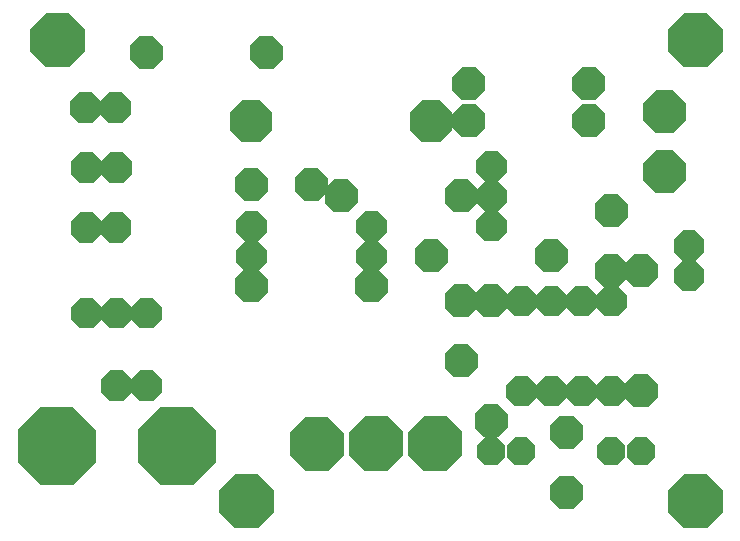
<source format=gbr>
%FSLAX34Y34*%
%MOMM*%
%LNSOLDERMASK_BOTTOM*%
G71*
G01*
%ADD10C,2.540*%
%LPD*%
G36*
X175850Y-90730D02*
X186380Y-80200D01*
X201320Y-80200D01*
X211850Y-90730D01*
X211850Y-105670D01*
X201320Y-116200D01*
X186380Y-116200D01*
X175850Y-105670D01*
X175850Y-90730D01*
G37*
G36*
X328250Y-90730D02*
X338780Y-80200D01*
X353720Y-80200D01*
X364250Y-90730D01*
X364250Y-105670D01*
X353720Y-116200D01*
X338780Y-116200D01*
X328250Y-105670D01*
X328250Y-90730D01*
G37*
G36*
X258650Y-157985D02*
X250460Y-166175D01*
X238840Y-166175D01*
X230650Y-157985D01*
X230650Y-146365D01*
X238840Y-138175D01*
X250460Y-138175D01*
X258650Y-146365D01*
X258650Y-157985D01*
G37*
G36*
X207850Y-157985D02*
X199660Y-166175D01*
X188040Y-166175D01*
X179850Y-157985D01*
X179850Y-146365D01*
X188040Y-138175D01*
X199660Y-138175D01*
X207850Y-146365D01*
X207850Y-157985D01*
G37*
G36*
X110821Y-247918D02*
X118426Y-255524D01*
X118426Y-266314D01*
X110821Y-273918D01*
X100031Y-273918D01*
X92426Y-266314D01*
X92426Y-255524D01*
X100031Y-247918D01*
X110821Y-247918D01*
G37*
G36*
X85421Y-247918D02*
X93026Y-255524D01*
X93026Y-266314D01*
X85421Y-273918D01*
X74631Y-273918D01*
X67026Y-266314D01*
X67026Y-255524D01*
X74631Y-247918D01*
X85421Y-247918D01*
G37*
G36*
X60021Y-247918D02*
X67626Y-255524D01*
X67626Y-266314D01*
X60021Y-273918D01*
X49231Y-273918D01*
X41626Y-266314D01*
X41626Y-255524D01*
X49231Y-247918D01*
X60021Y-247918D01*
G37*
G36*
X256050Y-155890D02*
X264240Y-147700D01*
X275860Y-147700D01*
X284050Y-155890D01*
X284050Y-167510D01*
X275860Y-175700D01*
X264240Y-175700D01*
X256050Y-167510D01*
X256050Y-155890D01*
G37*
G36*
X357650Y-155890D02*
X365840Y-147700D01*
X377460Y-147700D01*
X385650Y-155890D01*
X385650Y-167510D01*
X377460Y-175700D01*
X365840Y-175700D01*
X357650Y-167510D01*
X357650Y-155890D01*
G37*
G36*
X308450Y-192495D02*
X300845Y-200100D01*
X290055Y-200100D01*
X282450Y-192495D01*
X282450Y-181705D01*
X290055Y-174100D01*
X300845Y-174100D01*
X308450Y-181705D01*
X308450Y-192495D01*
G37*
G36*
X206850Y-192495D02*
X199245Y-200100D01*
X188455Y-200100D01*
X180850Y-192495D01*
X180850Y-181705D01*
X188455Y-174100D01*
X199245Y-174100D01*
X206850Y-181705D01*
X206850Y-192495D01*
G37*
G36*
X308450Y-217895D02*
X300845Y-225500D01*
X290055Y-225500D01*
X282450Y-217895D01*
X282450Y-207105D01*
X290055Y-199500D01*
X300845Y-199500D01*
X308450Y-207105D01*
X308450Y-217895D01*
G37*
G36*
X206850Y-217895D02*
X199245Y-225500D01*
X188455Y-225500D01*
X180850Y-217895D01*
X180850Y-207105D01*
X188455Y-199500D01*
X199245Y-199500D01*
X206850Y-207105D01*
X206850Y-217895D01*
G37*
G36*
X384050Y-156305D02*
X391655Y-148700D01*
X402445Y-148700D01*
X410050Y-156305D01*
X410050Y-167095D01*
X402445Y-174700D01*
X391655Y-174700D01*
X384050Y-167095D01*
X384050Y-156305D01*
G37*
G36*
X384050Y-130905D02*
X391655Y-123300D01*
X402445Y-123300D01*
X410050Y-130905D01*
X410050Y-141695D01*
X402445Y-149300D01*
X391655Y-149300D01*
X384050Y-141695D01*
X384050Y-130905D01*
G37*
G36*
X384050Y-181705D02*
X391655Y-174100D01*
X402445Y-174100D01*
X410050Y-181705D01*
X410050Y-192495D01*
X402445Y-200100D01*
X391655Y-200100D01*
X384050Y-192495D01*
X384050Y-181705D01*
G37*
G36*
X179850Y-232090D02*
X188040Y-223900D01*
X199660Y-223900D01*
X207850Y-232090D01*
X207850Y-243710D01*
X199660Y-251900D01*
X188040Y-251900D01*
X179850Y-243710D01*
X179850Y-232090D01*
G37*
G36*
X281450Y-232090D02*
X289640Y-223900D01*
X301260Y-223900D01*
X309450Y-232090D01*
X309450Y-243710D01*
X301260Y-251900D01*
X289640Y-251900D01*
X281450Y-243710D01*
X281450Y-232090D01*
G37*
G36*
X364000Y-92390D02*
X372190Y-84200D01*
X383810Y-84200D01*
X392000Y-92390D01*
X392000Y-104010D01*
X383810Y-112200D01*
X372190Y-112200D01*
X364000Y-104010D01*
X364000Y-92390D01*
G37*
G36*
X465600Y-92390D02*
X473790Y-84200D01*
X485410Y-84200D01*
X493600Y-92390D01*
X493600Y-104010D01*
X485410Y-112200D01*
X473790Y-112200D01*
X465600Y-104010D01*
X465600Y-92390D01*
G37*
G36*
X364000Y-60640D02*
X372190Y-52450D01*
X383810Y-52450D01*
X392000Y-60640D01*
X392000Y-72260D01*
X383810Y-80450D01*
X372190Y-80450D01*
X364000Y-72260D01*
X364000Y-60640D01*
G37*
G36*
X465600Y-60640D02*
X473790Y-52450D01*
X485410Y-52450D01*
X493600Y-60640D01*
X493600Y-72260D01*
X485410Y-80450D01*
X473790Y-80450D01*
X465600Y-72260D01*
X465600Y-60640D01*
G37*
G36*
X461850Y-218310D02*
X453660Y-226500D01*
X442040Y-226500D01*
X433850Y-218310D01*
X433850Y-206690D01*
X442040Y-198500D01*
X453660Y-198500D01*
X461850Y-206690D01*
X461850Y-218310D01*
G37*
G36*
X360250Y-218310D02*
X352060Y-226500D01*
X340440Y-226500D01*
X332250Y-218310D01*
X332250Y-206690D01*
X340440Y-198500D01*
X352060Y-198500D01*
X360250Y-206690D01*
X360250Y-218310D01*
G37*
G36*
X454740Y-426525D02*
X446550Y-418335D01*
X446550Y-406715D01*
X454740Y-398525D01*
X466360Y-398525D01*
X474550Y-406715D01*
X474550Y-418335D01*
X466360Y-426525D01*
X454740Y-426525D01*
G37*
G36*
X454740Y-375725D02*
X446550Y-367535D01*
X446550Y-355915D01*
X454740Y-347725D01*
X466360Y-347725D01*
X474550Y-355915D01*
X474550Y-367535D01*
X466360Y-375725D01*
X454740Y-375725D01*
G37*
G36*
X417055Y-339800D02*
X409450Y-332195D01*
X409450Y-321405D01*
X417055Y-313800D01*
X427845Y-313800D01*
X435450Y-321405D01*
X435450Y-332195D01*
X427845Y-339800D01*
X417055Y-339800D01*
G37*
G36*
X442455Y-339800D02*
X434850Y-332195D01*
X434850Y-321405D01*
X442455Y-313800D01*
X453245Y-313800D01*
X460850Y-321405D01*
X460850Y-332195D01*
X453245Y-339800D01*
X442455Y-339800D01*
G37*
G36*
X467855Y-339800D02*
X460250Y-332195D01*
X460250Y-321405D01*
X467855Y-313800D01*
X478645Y-313800D01*
X486250Y-321405D01*
X486250Y-332195D01*
X478645Y-339800D01*
X467855Y-339800D01*
G37*
G36*
X493255Y-339800D02*
X485650Y-332195D01*
X485650Y-321405D01*
X493255Y-313800D01*
X504045Y-313800D01*
X511650Y-321405D01*
X511650Y-332195D01*
X504045Y-339800D01*
X493255Y-339800D01*
G37*
G36*
X417055Y-263600D02*
X409450Y-255995D01*
X409450Y-245205D01*
X417055Y-237600D01*
X427845Y-237600D01*
X435450Y-245205D01*
X435450Y-255995D01*
X427845Y-263600D01*
X417055Y-263600D01*
G37*
G36*
X442455Y-263600D02*
X434850Y-255995D01*
X434850Y-245205D01*
X442455Y-237600D01*
X453245Y-237600D01*
X460850Y-245205D01*
X460850Y-255995D01*
X453245Y-263600D01*
X442455Y-263600D01*
G37*
G36*
X467855Y-263600D02*
X460250Y-255995D01*
X460250Y-245205D01*
X467855Y-237600D01*
X478645Y-237600D01*
X486250Y-245205D01*
X486250Y-255995D01*
X478645Y-263600D01*
X467855Y-263600D01*
G37*
G36*
X493255Y-263600D02*
X485650Y-255995D01*
X485650Y-245205D01*
X493255Y-237600D01*
X504045Y-237600D01*
X511650Y-245205D01*
X511650Y-255995D01*
X504045Y-263600D01*
X493255Y-263600D01*
G37*
G36*
X385050Y-372620D02*
X392070Y-365600D01*
X402030Y-365600D01*
X409050Y-372620D01*
X409050Y-382580D01*
X402030Y-389600D01*
X392070Y-389600D01*
X385050Y-382580D01*
X385050Y-372620D01*
G37*
G36*
X410450Y-372620D02*
X417470Y-365600D01*
X427430Y-365600D01*
X434450Y-372620D01*
X434450Y-382580D01*
X427430Y-389600D01*
X417470Y-389600D01*
X410450Y-382580D01*
X410450Y-372620D01*
G37*
G36*
X391240Y-366200D02*
X383050Y-358010D01*
X383050Y-346390D01*
X391240Y-338200D01*
X402860Y-338200D01*
X411050Y-346390D01*
X411050Y-358010D01*
X402860Y-366200D01*
X391240Y-366200D01*
G37*
G36*
X391240Y-264600D02*
X383050Y-256410D01*
X383050Y-244790D01*
X391240Y-236600D01*
X402860Y-236600D01*
X411050Y-244790D01*
X411050Y-256410D01*
X402860Y-264600D01*
X391240Y-264600D01*
G37*
G36*
X365840Y-315400D02*
X357650Y-307210D01*
X357650Y-295590D01*
X365840Y-287400D01*
X377460Y-287400D01*
X385650Y-295590D01*
X385650Y-307210D01*
X377460Y-315400D01*
X365840Y-315400D01*
G37*
G36*
X365840Y-264600D02*
X357650Y-256410D01*
X357650Y-244790D01*
X365840Y-236600D01*
X377460Y-236600D01*
X385650Y-244790D01*
X385650Y-256410D01*
X377460Y-264600D01*
X365840Y-264600D01*
G37*
G36*
X492840Y-239200D02*
X484650Y-231010D01*
X484650Y-219390D01*
X492840Y-211200D01*
X504460Y-211200D01*
X512650Y-219390D01*
X512650Y-231010D01*
X504460Y-239200D01*
X492840Y-239200D01*
G37*
G36*
X492840Y-188400D02*
X484650Y-180210D01*
X484650Y-168590D01*
X492840Y-160400D01*
X504460Y-160400D01*
X512650Y-168590D01*
X512650Y-180210D01*
X504460Y-188400D01*
X492840Y-188400D01*
G37*
G36*
X518240Y-340800D02*
X510050Y-332610D01*
X510050Y-320990D01*
X518240Y-312800D01*
X529860Y-312800D01*
X538050Y-320990D01*
X538050Y-332610D01*
X529860Y-340800D01*
X518240Y-340800D01*
G37*
G36*
X518240Y-239200D02*
X510050Y-231010D01*
X510050Y-219390D01*
X518240Y-211200D01*
X529860Y-211200D01*
X538050Y-219390D01*
X538050Y-231010D01*
X529860Y-239200D01*
X518240Y-239200D01*
G37*
G36*
X486650Y-372620D02*
X493670Y-365600D01*
X503630Y-365600D01*
X510650Y-372620D01*
X510650Y-382580D01*
X503630Y-389600D01*
X493670Y-389600D01*
X486650Y-382580D01*
X486650Y-372620D01*
G37*
G36*
X512050Y-372620D02*
X519070Y-365600D01*
X529030Y-365600D01*
X536050Y-372620D01*
X536050Y-382580D01*
X529030Y-389600D01*
X519070Y-389600D01*
X512050Y-382580D01*
X512050Y-372620D01*
G37*
G36*
X551164Y-72462D02*
X561694Y-82992D01*
X561694Y-97932D01*
X551164Y-108462D01*
X536224Y-108462D01*
X525694Y-97932D01*
X525694Y-82992D01*
X536224Y-72462D01*
X551164Y-72462D01*
G37*
G36*
X551164Y-123262D02*
X561694Y-133792D01*
X561694Y-148732D01*
X551164Y-159262D01*
X536224Y-159262D01*
X525694Y-148732D01*
X525694Y-133792D01*
X536224Y-123262D01*
X551164Y-123262D01*
G37*
G36*
X551531Y-198374D02*
X559136Y-190769D01*
X569926Y-190769D01*
X577531Y-198374D01*
X577531Y-209164D01*
X569926Y-216769D01*
X559136Y-216769D01*
X551531Y-209164D01*
X551531Y-198374D01*
G37*
G36*
X551531Y-223774D02*
X559136Y-216169D01*
X569926Y-216169D01*
X577531Y-223774D01*
X577531Y-234564D01*
X569926Y-242169D01*
X559136Y-242169D01*
X551531Y-234564D01*
X551531Y-223774D01*
G37*
G36*
X48728Y-201659D02*
X41122Y-194054D01*
X41122Y-183264D01*
X48728Y-175659D01*
X59518Y-175659D01*
X67122Y-183264D01*
X67122Y-194054D01*
X59518Y-201659D01*
X48728Y-201659D01*
G37*
G36*
X74128Y-201659D02*
X66522Y-194054D01*
X66522Y-183264D01*
X74128Y-175659D01*
X84918Y-175659D01*
X92522Y-183264D01*
X92522Y-194054D01*
X84918Y-201659D01*
X74128Y-201659D01*
G37*
G36*
X90950Y-34446D02*
X99140Y-26256D01*
X110760Y-26256D01*
X118950Y-34446D01*
X118950Y-46066D01*
X110760Y-54256D01*
X99140Y-54256D01*
X90950Y-46066D01*
X90950Y-34446D01*
G37*
G36*
X192550Y-34446D02*
X200740Y-26256D01*
X212360Y-26256D01*
X220550Y-34446D01*
X220550Y-46066D01*
X212360Y-54256D01*
X200740Y-54256D01*
X192550Y-46066D01*
X192550Y-34446D01*
G37*
G36*
X84945Y-124887D02*
X92550Y-132492D01*
X92550Y-143282D01*
X84945Y-150887D01*
X74155Y-150887D01*
X66550Y-143282D01*
X66550Y-132492D01*
X74155Y-124887D01*
X84945Y-124887D01*
G37*
G36*
X59545Y-124887D02*
X67150Y-132492D01*
X67150Y-143282D01*
X59545Y-150887D01*
X48755Y-150887D01*
X41150Y-143282D01*
X41150Y-132492D01*
X48755Y-124887D01*
X59545Y-124887D01*
G37*
G36*
X359320Y-348475D02*
X372775Y-361930D01*
X372775Y-381020D01*
X359320Y-394475D01*
X340230Y-394475D01*
X326775Y-381020D01*
X326775Y-361930D01*
X340230Y-348475D01*
X359320Y-348475D01*
G37*
G36*
X309320Y-348475D02*
X322775Y-361930D01*
X322775Y-381020D01*
X309320Y-394475D01*
X290230Y-394475D01*
X276775Y-381020D01*
X276775Y-361930D01*
X290230Y-348475D01*
X309320Y-348475D01*
G37*
G36*
X258906Y-348766D02*
X272361Y-362221D01*
X272361Y-381311D01*
X258906Y-394766D01*
X239816Y-394766D01*
X226361Y-381311D01*
X226361Y-362221D01*
X239816Y-348766D01*
X258906Y-348766D01*
G37*
G36*
X163725Y-387030D02*
X144420Y-406335D01*
X117030Y-406335D01*
X97725Y-387030D01*
X97725Y-359640D01*
X117030Y-340335D01*
X144420Y-340335D01*
X163725Y-359640D01*
X163725Y-387030D01*
G37*
G36*
X62125Y-387030D02*
X42820Y-406335D01*
X15430Y-406335D01*
X-3875Y-387030D01*
X-3875Y-359640D01*
X15430Y-340335D01*
X42820Y-340335D01*
X62125Y-359640D01*
X62125Y-387030D01*
G37*
G36*
X92925Y-327930D02*
X85320Y-335535D01*
X74530Y-335535D01*
X66925Y-327930D01*
X66925Y-317140D01*
X74530Y-309535D01*
X85320Y-309535D01*
X92925Y-317140D01*
X92925Y-327930D01*
G37*
G36*
X118325Y-327930D02*
X110720Y-335535D01*
X99930Y-335535D01*
X92325Y-327930D01*
X92325Y-317140D01*
X99930Y-309535D01*
X110720Y-309535D01*
X118325Y-317140D01*
X118325Y-327930D01*
G37*
G36*
X84651Y-73874D02*
X92256Y-81479D01*
X92256Y-92269D01*
X84651Y-99874D01*
X73861Y-99874D01*
X66256Y-92269D01*
X66256Y-81479D01*
X73861Y-73874D01*
X84651Y-73874D01*
G37*
G36*
X59251Y-73874D02*
X66856Y-81479D01*
X66856Y-92269D01*
X59251Y-99874D01*
X48461Y-99874D01*
X40856Y-92269D01*
X40856Y-81479D01*
X48461Y-73874D01*
X59251Y-73874D01*
G37*
G36*
X7000Y-20455D02*
X20455Y-7000D01*
X39545Y-7000D01*
X53000Y-20455D01*
X53000Y-39545D01*
X39545Y-53000D01*
X20455Y-53000D01*
X7000Y-39545D01*
X7000Y-20455D01*
G37*
G36*
X547000Y-20455D02*
X560455Y-7000D01*
X579545Y-7000D01*
X593000Y-20455D01*
X593000Y-39545D01*
X579545Y-53000D01*
X560455Y-53000D01*
X547000Y-39545D01*
X547000Y-20455D01*
G37*
G36*
X547000Y-410455D02*
X560455Y-397000D01*
X579545Y-397000D01*
X593000Y-410455D01*
X593000Y-429545D01*
X579545Y-443000D01*
X560455Y-443000D01*
X547000Y-429545D01*
X547000Y-410455D01*
G37*
G36*
X167000Y-410455D02*
X180455Y-397000D01*
X199545Y-397000D01*
X213000Y-410455D01*
X213000Y-429545D01*
X199545Y-443000D01*
X180455Y-443000D01*
X167000Y-429545D01*
X167000Y-410455D01*
G37*
M02*

</source>
